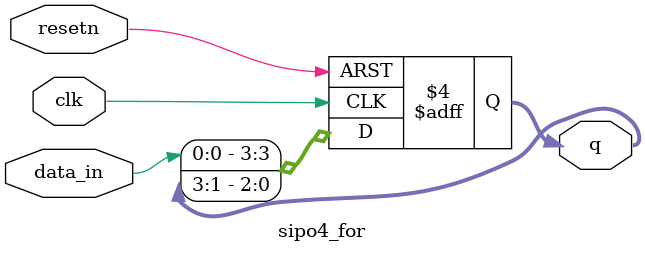
<source format=v>
`timescale 1ns / 1ps
module sipo4_for(clk, resetn, data_in, q);
	input clk, resetn;
	input data_in;
	output reg [3:0] q;
	
	integer i;
	
	always @ (negedge resetn or posedge clk) begin
		if (~resetn)
			q <= 4'b0000;
		else begin
			for(i = 0; i < 3; i = i+1)
				q[i] <= q[i+1];
			q[3] <= data_in;
		end
	end

endmodule

</source>
